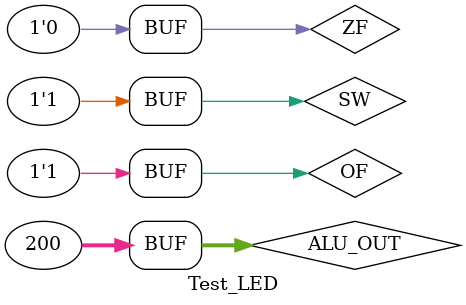
<source format=v>
`timescale 1ns / 1ps


module Test_LED();
    reg SW,ZF,OF;
    reg [31:0]ALU_OUT;
    wire [31:0]LED;
    LED uut(
        .ZF(ZF),
        .OF(OF),
        .ALU_OUT(ALU_OUT),
        .SW(SW),
        .LED(LED)
    );
    initial begin
        ALU_OUT=0;ZF=0;OF=0;SW=0;
        #100;
        ZF=1;OF=0;
        #100;
        ZF=0;OF=1;
        #100;
        SW=1;
        #100;
        ALU_OUT=75;
        #100;
        ALU_OUT=200;    
    end
endmodule

</source>
